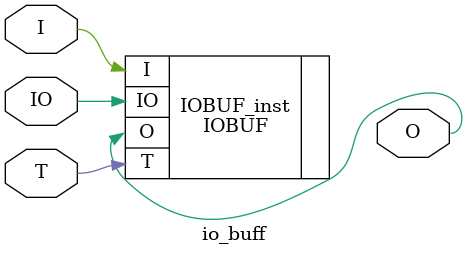
<source format=v>

module io_buff #(
    parameter DRIVE = 12, // Specify the output drive strength
    parameter IBUF_LOW_PWR = "TRUE", // Low Power - "TRUE", High Perforrmance = "FALSE"
    parameter IOSTANDARD = "DEFAULT", // Specify the I/O standard
    parameter SLEW = "SLOW"// Specify the output slew rate
  )(
    output O,
    inout IO,
    input I,
    input T
  ); 

  // IOBUF: Single-ended Bi-directional Buffer
  // All devices
  // Xilinx HDL Libraries Guide, version 2012.2
  IOBUF #(
  .DRIVE(DRIVE), // Specify the output drive strength
  .IBUF_LOW_PWR(IBUF_LOW_PWR), // Low Power - "TRUE", High Perforrmance = "FALSE"
  .IOSTANDARD(IOSTANDARD), // Specify the I/O standard
  .SLEW(SLEW) // Specify the output slew rate
  ) IOBUF_inst (
  .O(O), // Buffer output
  .IO(IO), // Buffer inout port (connect directly to top-level port)
  .I(I), // Buffer input
  .T(T) // 3-state enable input, high=input, low=output
  );
endmodule

</source>
